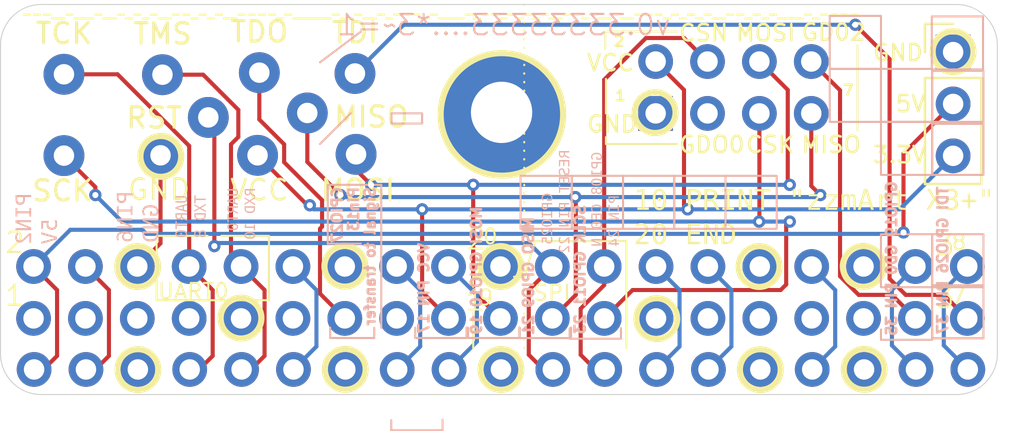
<source format=kicad_pcb>
(kicad_pcb (version 20241229) (generator "pcbnew") (generator_version "9.0")
  (layers (0 "F.Cu" signal) (2 "B.Cu" signal) (13 "F.Paste" user) (15 "B.Paste" user) (5 "F.SilkS" user "F.Silkscreen") (7 "B.SilkS" user "B.Silkscreen") (1 "F.Mask" user) (3 "B.Mask" user) (25 "Edge.Cuts" user))
  (net 0 "")
  (net 1 "TDI")
  (net 2 "GND")
  (net 3 "VCC")
  (net 4 "VCC_5V")
  (net 5 "MOSI_PI")
  (net 6 "MISO_PI")
  (net 7 "SCK_PI")
  (net 8 "C1101_GDO2")
  (net 9 "C1101_GDO0")
  (net 10 "CSN_C1101")
  (net 11 "RST_DUINO")
  (net 12 "TMS_TO_RX_DUINO")
  (net 13 "TCK_TO_TX_DUINO")
  (net 14 "TDO_SIGNAL_TO_TRANSFER_TO_DUINO")
  (net 15 "pin12")
  (net 16 "pin16")
  (net 17 "pin18")
  (net 18 "pin26")
  (net 19 "pin28")
  (net 20 "pin32")
  (net 21 "pin36")
  (net 22 "pin38")
  (footprint "Connector_Wire:SolderWire-1.5sqmm_1x01_D1.7mm_OD3.9mm" (layer "F.Cu") (at 88.462081 90.070419)
    (property "Reference" "SCK" (at -0.071605 1.723893 0) (layer "F.SilkS"))
    (property "Value" "SolderWire-1.5sqmm_1x01_D1.7mm_OD3.9mm" (hide yes))
    (pad "SCK" thru_hole circle (at 0 0) (size 2 2) (drill 1) (layers "*.Cu" "*.Mask") (net 7 "SCK_PI"))
  )
  (footprint "Connector_PinHeader_2.54mm:PinHeader_1x19_P2.54mm_Vertical" (layer "F.Cu") (at 87 100.54 90)
    (property "Reference" "REF**" (hide yes))
    (property "Value" "PinHeader_1x19_P2.54mm_Vertical" (hide yes))
    (pad "1" thru_hole circle (at 0 0 90) (size 1.7 1.7) (drill 1) (layers "*.Cu" "*.Mask") (net 4 "VCC_5V"))
    (pad "2" thru_hole circle (at 0 2.54 90) (size 1.7 1.7) (drill 1) (layers "*.Cu" "*.Mask") (net 4 "VCC_5V"))
    (pad "3" thru_hole circle (at 0 5.08 90) (size 1.7 1.7) (drill 1) (layers "*.Cu" "*.Mask") (net 2 "GND"))
    (pad "4" thru_hole circle (at 0 7.62 90) (size 1.7 1.7) (drill 1) (layers "*.Cu" "*.Mask") (net 13 "TCK_TO_TX_DUINO"))
    (pad "5" thru_hole circle (at 0 10.16 90) (size 1.7 1.7) (drill 1) (layers "*.Cu" "*.Mask") (net 12 "TMS_TO_RX_DUINO"))
    (pad "6" thru_hole circle (at 0 12.7 90) (size 1.7 1.7) (drill 1) (layers "*.Cu" "*.Mask") (net 15 "pin12"))
    (pad "7" thru_hole circle (at 0 15.24 90) (size 1.7 1.7) (drill 1) (layers "*.Cu" "*.Mask") (net 2 "GND"))
    (pad "8" thru_hole circle (at 0 17.78 90) (size 1.7 1.7) (drill 1) (layers "*.Cu" "*.Mask") (net 16 "pin16"))
    (pad "9" thru_hole circle (at 0 20.32 90) (size 1.7 1.7) (drill 1) (layers "*.Cu" "*.Mask") (net 17 "pin18"))
    (pad "10" thru_hole circle (at 0 22.86 90) (size 1.7 1.7) (drill 1) (layers "*.Cu" "*.Mask") (net 2 "GND"))
    (pad "11" thru_hole circle (at 0 25.4 90) (size 1.7 1.7) (drill 1) (layers "*.Cu" "*.Mask") (net 11 "RST_DUINO"))
    (pad "12" thru_hole circle (at 0 27.94 90) (size 1.7 1.7) (drill 1) (layers "*.Cu" "*.Mask") (net 10 "CSN_C1101"))
    (pad "13" thru_hole circle (at 0 30.48 90) (size 1.7 1.7) (drill 1) (layers "*.Cu" "*.Mask") (net 18 "pin26"))
    (pad "14" thru_hole circle (at 0 33.02 90) (size 1.7 1.7) (drill 1) (layers "*.Cu" "*.Mask") (net 19 "pin28"))
    (pad "15" thru_hole circle (at 0 35.56 90) (size 1.7 1.7) (drill 1) (layers "*.Cu" "*.Mask") (net 2 "GND"))
    (pad "16" thru_hole circle (at 0 38.1 90) (size 1.7 1.7) (drill 1) (layers "*.Cu" "*.Mask") (net 20 "pin32"))
    (pad "18" thru_hole circle (at 0 43.18 90) (size 1.7 1.7) (drill 1) (layers "*.Cu" "*.Mask") (net 21 "pin36"))
    (pad "19" thru_hole circle (at 0 45.72 90) (size 1.7 1.7) (drill 1) (layers "*.Cu" "*.Mask") (net 22 "pin38"))
    (pad "gg" thru_hole circle (at 0 40.64 90) (size 1.7 1.7) (drill 1) (layers "*.Cu" "*.Mask") (net 2 "GND"))
  )
  (footprint "Connector_Wire:SolderWire-1.5sqmm_1x01_D1.7mm_OD3.9mm" (layer "F.Cu") (at 93.191518 90.055724)
    (property "Reference" "GND" (at -0.073752 1.675468 0) (layer "F.SilkS") (effects (font (thickness 0.125) (bold yes))))
    (property "Value" "SolderWire-1.5sqmm_1x01_D1.7mm_OD3.9mm" (hide yes))
    (pad "GND" thru_hole circle (at 0 0) (size 2 2) (drill 1) (layers "*.Cu" "*.Mask") (net 2 "GND"))
  )
  (footprint "Connector_Wire:SolderWire-1.5sqmm_1x01_D1.7mm_OD3.9mm" (layer "F.Cu") (at 98.028506 86.007432)
    (property "Reference" "TDO" (at 0 -2 0) (layer "F.SilkS"))
    (property "Value" "SolderWire-1.5sqmm_1x01_D1.7mm_OD3.9mm" (hide yes))
    (pad "TDO" thru_hole circle (at 0 0) (size 2 2) (drill 1) (layers "*.Cu" "*.Mask") (net 14 "TDO_SIGNAL_TO_TRANSFER_TO_DUINO"))
  )
  (footprint "Connector_Wire:SolderWire-1.5sqmm_1x01_D1.7mm_OD3.9mm" (layer "F.Cu") (at 88.462475 86.087819)
    (property "Reference" "TCK" (at 0 -2 0) (layer "F.SilkS"))
    (property "Value" "SolderWire-1.5sqmm_1x01_D1.7mm_OD3.9mm" (hide yes))
    (pad "TCK_CSN_DUINO" thru_hole circle (at 0 0) (size 2 2) (drill 1) (layers "*.Cu" "*.Mask") (net 13 "TCK_TO_TX_DUINO"))
  )
  (footprint "Connector_Wire:SolderWire-1.5sqmm_1x01_D1.7mm_OD3.9mm" (layer "F.Cu") (at 97.942378 90.055724)
    (property "Reference" "VCC" (at 0.084548 1.703361 0) (layer "F.SilkS") (effects (font (thickness 0.125))))
    (property "Value" "SolderWire-1.5sqmm_1x01_D1.7mm_OD3.9mm" (hide yes))
    (pad "VCC" thru_hole circle (at 0 0) (size 2 2) (drill 1) (layers "*.Cu" "*.Mask") (net 3 "VCC"))
  )
  (footprint "Connector_Wire:SolderWire-1.5sqmm_1x01_D1.7mm_OD3.9mm" (layer "F.Cu") (at 102.711038 86.047625)
    (property "Reference" "TDI" (at 0 -2 0) (layer "F.SilkS"))
    (property "Value" "SolderWire-1.5sqmm_1x01_D1.7mm_OD3.9mm" (hide yes))
    (pad "TDI" thru_hole circle (at 0 0) (size 2 2) (drill 1) (layers "*.Cu" "*.Mask") (net 1 "TDI"))
  )
  (footprint "Module:Raspberry_Pi_Zero_Socketed_THT_FaceDown_MountingHoles" (layer "F.Cu") (at 135.234029 98.04 -90)
    (property "Reference" "_" (at -6.27 24.13 0) (layer "F.SilkS") (effects (font (size 0.1 0.1) (thickness 0.025))))
    (property "Value" "Raspberry_Pi_Zero_Socketed_THT_FaceDown_MountingHoles" (hide yes))
    (pad "" thru_hole oval (at 0 35.56 270) (size 1.7 1.7) (drill 1) (layers "*.Cu" "*.Mask"))
    (pad "" thru_hole oval (at 0 43.18 270) (size 1.7 1.7) (drill 1) (layers "*.Cu" "*.Mask"))
    (pad "" thru_hole oval (at 0 45.72 270) (size 1.7 1.7) (drill 1) (layers "*.Cu" "*.Mask"))
    (pad "1_3V" thru_hole oval (at 0 48.26 270) (size 1.7 1.7) (drill 1) (layers "*.Cu" "*.Mask") (net 3 "VCC"))
    (pad "2_5V" thru_hole oval (at -2.54 48.26 270) (size 1.7 1.7) (drill 1) (layers "*.Cu" "*.Mask") (net 4 "VCC_5V"))
    (pad "4_5V" thru_hole oval (at -2.54 45.72 270) (size 1.7 1.7) (drill 1) (layers "*.Cu" "*.Mask") (net 4 "VCC_5V"))
    (pad "6_GND" thru_hole oval (at -2.54 43.18 270) (size 1.7 1.7) (drill 1) (layers "*.Cu" "*.Mask") (net 2 "GND"))
    (pad "7" thru_hole oval (at 0 40.64 270) (size 1.7 1.7) (drill 1) (layers "*.Cu" "*.Mask"))
    (pad "8" thru_hole oval (at -2.54 40.64 270) (size 1.7 1.7) (drill 1) (layers "*.Cu" "*.Mask") (net 13 "TCK_TO_TX_DUINO"))
    (pad "9" thru_hole oval (at 0 38.1 270) (size 1.7 1.7) (drill 1) (layers "*.Cu" "*.Mask") (net 2 "GND"))
    (pad "10" thru_hole oval (at -2.54 38.1 270) (size 1.7 1.7) (drill 1) (layers "*.Cu" "*.Mask") (net 12 "TMS_TO_RX_DUINO"))
    (pad "12" thru_hole oval (at -2.54 35.56 270) (size 1.7 1.7) (drill 1) (layers "*.Cu" "*.Mask") (net 15 "pin12"))
    (pad "13" thru_hole oval (at 0 33.02 270) (size 1.7 1.7) (drill 1) (layers "*.Cu" "*.Mask") (net 14 "TDO_SIGNAL_TO_TRANSFER_TO_DUINO"))
    (pad "14_GND" thru_hole oval (at -2.54 33.02 270) (size 1.7 1.7) (drill 1) (layers "*.Cu" "*.Mask") (net 2 "GND"))
    (pad "15" thru_hole oval (at 0 30.48 270) (size 1.7 1.7) (drill 1) (layers "*.Cu" "*.Mask"))
    (pad "16" thru_hole oval (at -2.54 30.48 270) (size 1.7 1.7) (drill 1) (layers "*.Cu" "*.Mask") (net 16 "pin16"))
    (pad "17_3V3" thru_hole oval (at 0 27.94 270) (size 1.7 1.7) (drill 1) (layers "*.Cu" "*.Mask") (net 3 "VCC"))
    (pad "18" thru_hole oval (at -2.54 27.94 270) (size 1.7 1.7) (drill 1) (layers "*.Cu" "*.Mask") (net 17 "pin18"))
    (pad "20_GND" thru_hole oval (at -2.54 25.4 270) (size 1.7 1.7) (drill 1) (layers "*.Cu" "*.Mask") (net 2 "GND"))
    (pad "25_GND" thru_hole oval (at 0 17.78 270) (size 1.7 1.7) (drill 1) (layers "*.Cu" "*.Mask") (net 2 "GND"))
    (pad "26" thru_hole oval (at -2.54 17.78 270) (size 1.7 1.7) (drill 1) (layers "*.Cu" "*.Mask") (net 18 "pin26"))
    (pad "27" thru_hole oval (at 0 15.24 270) (size 1.7 1.7) (drill 1) (layers "*.Cu" "*.Mask"))
    (pad "28" thru_hole oval (at -2.54 15.24 270) (size 1.7 1.7) (drill 1) (layers "*.Cu" "*.Mask") (net 19 "pin28"))
    (pad "29" thru_hole oval (at 0 12.7 270) (size 1.7 1.7) (drill 1) (layers "*.Cu" "*.Mask"))
    (pad "30_GND" thru_hole oval (at -2.54 12.7 270) (size 1.7 1.7) (drill 1) (layers "*.Cu" "*.Mask") (net 2 "GND"))
    (pad "31" thru_hole oval (at 0 10.16 270) (size 1.7 1.7) (drill 1) (layers "*.Cu" "*.Mask"))
    (pad "32" thru_hole oval (at -2.54 10.16 270) (size 1.7 1.7) (drill 1) (layers "*.Cu" "*.Mask") (net 20 "pin32"))
    (pad "33" thru_hole oval (at 0 7.62 270) (size 1.7 1.7) (drill 1) (layers "*.Cu" "*.Mask"))
    (pad "34_GND" thru_hole oval (at -2.54 7.62 270) (size 1.7 1.7) (drill 1) (layers "*.Cu" "*.Mask") (net 2 "GND"))
    (pad "35" thru_hole oval (at 0 5.08 270) (size 1.7 1.7) (drill 1) (layers "*.Cu" "*.Mask") (net 8 "C1101_GDO2"))
    (pad "36" thru_hole oval (at -2.54 5.08 270) (size 1.7 1.7) (drill 1) (layers "*.Cu" "*.Mask") (net 21 "pin36"))
    (pad "37" thru_hole oval (at 0 2.54 270) (size 1.7 1.7) (drill 1) (layers "*.Cu" "*.Mask") (net 1 "TDI"))
    (pad "38" thru_hole oval (at -2.54 2.54 270) (size 1.7 1.7) (drill 1) (layers "*.Cu" "*.Mask") (net 22 "pin38"))
    (pad "CSN_C1101" thru_hole oval (at -2.54 20.32 270) (size 1.7 1.7) (drill 1) (layers "*.Cu" "*.Mask") (net 10 "CSN_C1101"))
    (pad "GPIO25 PI_RESET" thru_hole oval (at -2.54 22.86 270) (size 1.7 1.7) (drill 1) (layers "*.Cu" "*.Mask") (net 11 "RST_DUINO"))
    (pad "MISO_PI" thru_hole oval (at 0 22.86 270) (size 1.7 1.7) (drill 1) (layers "*.Cu" "*.Mask") (net 6 "MISO_PI"))
    (pad "MOSI_PI" thru_hole oval (at 0 25.4 270) (size 1.7 1.7) (drill 1) (layers "*.Cu" "*.Mask") (net 5 "MOSI_PI"))
    (pad "SCK_PI" thru_hole oval (at 0 20.32 270) (size 1.7 1.7) (drill 1) (layers "*.Cu" "*.Mask") (net 7 "SCK_PI"))
  )
  (footprint "Connector_PinHeader_2.54mm:PinHeader_1x03_P2.54mm_Vertical" (layer "F.Cu") (at 132 85)
    (property "Reference" "REF**" (hide yes))
    (property "Value" "PinHeader_1x03_P2.54mm_Vertical" (hide yes))
    (fp_line (start -1.38 -1.38) (end 0 -1.38) (stroke (width 0.12)) (layer "F.SilkS"))
    (fp_line (start -1.38 0) (end -1.38 -1.38) (stroke (width 0.12)) (layer "F.SilkS"))
    (fp_line (start -1.38 1.27) (end -1.38 6.46) (stroke (width 0.12)) (layer "F.SilkS"))
    (fp_line (start -1.38 1.27) (end 1.38 1.27) (stroke (width 0.12)) (layer "F.SilkS"))
    (fp_line (start -1.38 6.46) (end 1.38 6.46) (stroke (width 0.12)) (layer "F.SilkS"))
    (fp_line (start 1.38 1.27) (end 1.38 6.46) (stroke (width 0.12)) (layer "F.SilkS"))
    (pad "GND" thru_hole rect (at 0 0) (size 1.7 1.7) (drill 1) (layers "*.Cu" "*.Mask") (net 2 "GND"))
    (pad "VCC" thru_hole circle (at 0 5.08) (size 1.7 1.7) (drill 1) (layers "*.Cu" "*.Mask") (net 3 "VCC"))
    (pad "VCC_5V" thru_hole circle (at 0 2.54) (size 1.7 1.7) (drill 1) (layers "*.Cu" "*.Mask") (net 4 "VCC_5V"))
  )
  (footprint "" (layer "F.Cu") (at 109.890476 87.952263)
    (property "Reference" "" (at 0 0 0) (layer "F.SilkS") (effects (font (size 1.27 1.27))))
    (property "Value" "")
    (pad "GND" thru_hole circle (at 0 0) (size 6 6) (drill 3) (layers "*.Cu" "*.Mask") (net 2 "GND"))
  )
  (footprint "Connector_PinHeader_2.54mm:PinHeader_2x04_P2.54mm_Vertical" (layer "F.Cu") (at 117.434151 88.002926 90)
    (property "Reference" "REF**" (hide yes))
    (property "Value" "PinHeader_2x04_P2.54mm_Vertical" (hide yes))
    (pad "5" thru_hole circle (at 0 5.08 90) (size 1.7 1.7) (drill 1) (layers "*.Cu" "*.Mask") (net 7 "SCK_PI"))
    (pad "6" thru_hole circle (at 2.54 5.08 90) (size 1.7 1.7) (drill 1) (layers "*.Cu" "*.Mask") (net 5 "MOSI_PI"))
    (pad "7" thru_hole circle (at 0 7.62 90) (size 1.7 1.7) (drill 1) (layers "*.Cu" "*.Mask") (net 6 "MISO_PI"))
    (pad "8" thru_hole circle (at 2.54 7.62 90) (size 1.7 1.7) (drill 1) (layers "*.Cu" "*.Mask") (net 8 "C1101_GDO2"))
    (pad "CSN" thru_hole circle (at 2.54 2.54 90) (size 1.7 1.7) (drill 1) (layers "*.Cu" "*.Mask") (net 10 "CSN_C1101"))
    (pad "GDO0" thru_hole circle (at 0 2.54 90) (size 1.7 1.7) (drill 1) (layers "*.Cu" "*.Mask") (net 9 "C1101_GDO0"))
    (pad "GND" thru_hole rect (at 0 0 90) (size 1.7 1.7) (drill 1) (layers "*.Cu" "*.Mask") (net 2 "GND"))
    (pad "vcc" thru_hole circle (at 2.54 0 90) (size 1.7 1.7) (drill 1) (layers "*.Cu" "*.Mask") (net 3 "VCC"))
  )
  (footprint "Connector_Wire:SolderWire-1.5sqmm_1x01_D1.7mm_OD3.9mm" (layer "F.Cu") (at 100.378099 87.981744)
    (property "Reference" "MISO" (at 3.135086 0.192928 0) (layer "F.SilkS"))
    (property "Value" "SolderWire-1.5sqmm_1x01_D1.7mm_OD3.9mm" (hide yes))
    (pad "MISO" thru_hole circle (at 0 0) (size 2 2) (drill 1) (layers "*.Cu" "*.Mask") (net 6 "MISO_PI"))
  )
  (footprint "Connector_Wire:SolderWire-1.5sqmm_1x01_D1.7mm_OD3.9mm" (layer "F.Cu") (at 102.765587 90.007492)
    (property "Reference" "MOSI" (at 0.08682 1.751593 0) (layer "F.SilkS"))
    (property "Value" "SolderWire-1.5sqmm_1x01_D1.7mm_OD3.9mm" (hide yes))
    (pad "MOSI" thru_hole circle (at 0 0) (size 2 2) (drill 1) (layers "*.Cu" "*.Mask") (net 5 "MOSI_PI"))
  )
  (footprint "Connector_Wire:SolderWire-1.5sqmm_1x01_D1.7mm_OD3.9mm" (layer "F.Cu") (at 95.530774 88.198788)
    (property "Reference" "RST" (at -2.652765 0.024116 0) (layer "F.SilkS"))
    (property "Value" "SolderWire-1.5sqmm_1x01_D1.7mm_OD3.9mm" (hide yes))
    (pad "RST" thru_hole circle (at 0 0) (size 2 2) (drill 1) (layers "*.Cu" "*.Mask") (net 11 "RST_DUINO"))
  )
  (footprint "Connector_Wire:SolderWire-1.5sqmm_1x01_D1.7mm_OD3.9mm" (layer "F.Cu") (at 93.285684 86.107915)
    (property "Reference" "TMS" (at 0 -2 0) (layer "F.SilkS"))
    (property "Value" "SolderWire-1.5sqmm_1x01_D1.7mm_OD3.9mm" (hide yes))
    (pad "TMS" thru_hole circle (at 0 0) (size 2 2) (drill 1) (layers "*.Cu" "*.Mask") (net 12 "TMS_TO_RX_DUINO"))
  )
  (gr_circle (center 102.234912 100.532777) (end 103.234912 100.532777) (stroke (width 0.3)) (fill no) (layer "F.SilkS"))
  (gr_circle (center 109.86 100.54) (end 110.86 100.54) (stroke (width 0.3)) (fill no) (layer "F.SilkS"))
  (gr_circle (center 92.070151 95.5) (end 93.070151 95.5) (stroke (width 0.3)) (fill no) (layer "F.SilkS"))
  (gr_circle (center 109.906357 88.051832) (end 112.906357 88.051832) (stroke (width 0.3)) (fill no) (layer "F.SilkS"))
  (gr_circle (center 92.083436 100.546683) (end 93.083436 100.546683) (stroke (width 0.3)) (fill no) (layer "F.SilkS"))
  (gr_line (start 114.968371 84.844227) (end 114.968371 83.993172) (stroke (width 0.1)) (layer "F.SilkS"))
  (gr_line (start 116 94.258301) (end 116 99.5) (stroke (width 0.1)) (layer "F.SilkS"))
  (gr_circle (center 93.205142 90.108742) (end 94.205142 90.108742) (stroke (width 0.3)) (fill no) (layer "F.SilkS"))
  (gr_line (start 118.5 89.5) (end 115 89.5) (stroke (width 0.1)) (layer "F.SilkS"))
  (gr_line (start 93 94) (end 93 97.150806) (stroke (width 0.1)) (layer "F.SilkS"))
  (gr_circle (center 117.408083 87.962453) (end 118.408083 87.962453) (stroke (width 0.3)) (fill no) (layer "F.SilkS"))
  (gr_circle (center 131.99685 84.979094) (end 132.99685 84.979094) (stroke (width 0.3)) (fill no) (layer "F.SilkS"))
  (gr_circle (center 109.843057 95.499999) (end 110.843057 95.499999) (stroke (width 0.3)) (fill no) (layer "F.SilkS"))
  (gr_circle (center 97.131084 98.023967) (end 98.131084 98.023967) (stroke (width 0.3)) (fill no) (layer "F.SilkS"))
  (gr_line (start 110.5 96) (end 111 96) (stroke (width 0.1)) (layer "F.SilkS"))
  (gr_circle (center 117.489126 98.052803) (end 118.489126 98.052803) (stroke (width 0.3)) (fill no) (layer "F.SilkS"))
  (gr_line (start 98.5 97.150806) (end 98.5 94) (stroke (width 0.1)) (layer "F.SilkS"))
  (gr_line (start 127.317015 84.660666) (end 127.317015 88.832505) (stroke (width 0.1)) (layer "F.SilkS"))
  (gr_line (start 95.5 94) (end 93 94) (stroke (width 0.1)) (layer "F.SilkS"))
  (gr_line (start 114.968371 83.993172) (end 118.5 83.993172) (stroke (width 0.1)) (layer "F.SilkS"))
  (gr_line (start 108.5 96) (end 109 96) (stroke (width 0.1)) (layer "F.SilkS"))
  (gr_circle (center 127.599843 95.490748) (end 128.599843 95.490748) (stroke (width 0.3)) (fill no) (layer "F.SilkS"))
  (gr_line (start 108.5 96) (end 108.5 96.5) (stroke (width 0.1)) (layer "F.SilkS"))
  (gr_line (start 93 97.150806) (end 98.5 97.150806) (stroke (width 0.1)) (layer "F.SilkS"))
  (gr_line (start 98.5 94) (end 96.169356 93.996896) (stroke (width 0.1)) (layer "F.SilkS"))
  (gr_circle (center 127.644178 100.534182) (end 128.644178 100.534182) (stroke (width 0.3)) (fill no) (layer "F.SilkS"))
  (gr_line (start 115 89.5) (end 115.001746 89.166252) (stroke (width 0.1)) (layer "F.SilkS"))
  (gr_circle (center 122.559891 100.548961) (end 123.559891 100.548961) (stroke (width 0.3)) (fill no) (layer "F.SilkS"))
  (gr_circle (center 122.5 95.5) (end 123.5 95.5) (stroke (width 0.3)) (fill no) (layer "F.SilkS"))
  (gr_circle (center 102.216935 95.483312) (end 103.216935 95.483312) (stroke (width 0.3)) (fill no) (layer "F.SilkS"))
  (gr_line (start 111 99.5) (end 111 82.5) (stroke (width 0.1) (type dot)) (layer "F.SilkS"))
  (gr_line (start 115 88) (end 115.001746 86.312714) (stroke (width 0.1)) (layer "F.SilkS"))
  (gr_line (start 111.527485 94.258301) (end 116 94.258301) (stroke (width 0.1)) (layer "F.SilkS"))
  (gr_line (start 111 96) (end 111.527485 94.258301) (stroke (width 0.1)) (layer "F.SilkS"))
  (gr_line (start 108.510181 97.753248) (end 108.5 99.5) (stroke (width 0.1)) (layer "F.SilkS"))
  (gr_line (start 113.292918 98.982675) (end 113.292918 98.482675) (stroke (width 0.1)) (layer "B.SilkS"))
  (gr_rect (start 115.836541 91.058318) (end 118.345251 93.653535) (stroke (width 0.1)) (fill no) (layer "B.SilkS"))
  (gr_line (start 113.223643 98.535545) (end 113.223643 99.035545) (stroke (width 0.1)) (layer "B.SilkS"))
  (gr_rect (start 113.327831 91.058318) (end 115.836541 93.653535) (stroke (width 0.1)) (fill no) (layer "B.SilkS"))
  (gr_line (start 108.174595 99) (end 105.663938 99) (stroke (width 0.1)) (layer "B.SilkS"))
  (gr_line (start 105.663938 98.5) (end 105.663938 99) (stroke (width 0.1)) (layer "B.SilkS"))
  (gr_rect (start 104.5 88) (end 106 88.5) (stroke (width 0.1)) (fill no) (layer "B.SilkS"))
  (gr_line (start 133.485017 99.013285) (end 130.97436 99.013285) (stroke (width 0.1)) (layer "B.SilkS"))
  (gr_line (start 104 94) (end 104 98.5) (stroke (width 0.1)) (layer "B.SilkS"))
  (gr_rect (start 125.957914 83.227634) (end 128.466624 85.822851) (stroke (width 0.1)) (fill no) (layer "B.SilkS"))
  (gr_line (start 102.5 88) (end 101 89.5) (stroke (width 0.1)) (layer "B.SilkS"))
  (gr_line (start 101.379287 94.381015) (end 103 94.381015) (stroke (width 0.1)) (layer "B.SilkS"))
  (gr_line (start 133.485017 98.992388) (end 133.485017 98.492388) (stroke (width 0.1)) (layer "B.SilkS"))
  (gr_rect (start 120.853961 91.058318) (end 123.362671 93.653535) (stroke (width 0.1)) (fill no) (layer "B.SilkS"))
  (gr_line (start 101.5 91.5) (end 101.379287 91.508047) (stroke (width 0.1)) (layer "B.SilkS"))
  (gr_line (start 110.782261 98.503572) (end 110.782261 99.003572) (stroke (width 0.1)) (layer "B.SilkS"))
  (gr_rect (start 128.466624 88.418068) (end 130.975334 91.013285) (stroke (width 0.1)) (fill no) (layer "B.SilkS"))
  (gr_rect (start 110.819121 91.058318) (end 113.327831 93.653535) (stroke (width 0.1)) (fill no) (layer "B.SilkS"))
  (gr_rect (start 130.975334 88.418068) (end 133.484044 91.013285) (stroke (width 0.1)) (fill no) (layer "B.SilkS"))
  (gr_rect (start 128.466624 85.822851) (end 130.975334 88.418068) (stroke (width 0.1)) (fill no) (layer "B.SilkS"))
  (gr_line (start 107 103.5) (end 107 103) (stroke (width 0.1)) (layer "B.SilkS"))
  (gr_line (start 103.655688 99) (end 101.5 99) (stroke (width 0.1)) (layer "B.SilkS"))
  (gr_rect (start 125.957914 85.822851) (end 128.466624 88.418068) (stroke (width 0.1)) (fill no) (layer "B.SilkS"))
  (gr_line (start 110.758662 99) (end 108.248005 99) (stroke (width 0.1)) (layer "B.SilkS"))
  (gr_rect (start 130.955208 83.253763) (end 133.463918 85.84898) (stroke (width 0.1)) (fill no) (layer "B.SilkS"))
  (gr_line (start 108.248005 98.5) (end 108.248005 99) (stroke (width 0.1)) (layer "B.SilkS"))
  (gr_line (start 128.467054 98.587048) (end 128.467054 99.087048) (stroke (width 0.1)) (layer "B.SilkS"))
  (gr_line (start 104.489343 103.020897) (end 104.489343 103.520897) (stroke (width 0.1)) (layer "B.SilkS"))
  (gr_line (start 130.977711 99.066151) (end 130.977711 98.566151) (stroke (width 0.1)) (layer "B.SilkS"))
  (gr_line (start 115.7343 99.035545) (end 113.223643 99.035545) (stroke (width 0.1)) (layer "B.SilkS"))
  (gr_line (start 103.655688 99) (end 103.655688 98.5) (stroke (width 0.1)) (layer "B.SilkS"))
  (gr_rect (start 130.975334 96.418068) (end 133.484044 99.013285) (stroke (width 0.1)) (fill no) (layer "B.SilkS"))
  (gr_line (start 104 91.5) (end 101.5 91.5) (stroke (width 0.1)) (layer "B.SilkS"))
  (gr_rect (start 130.975334 85.918068) (end 133.484044 88.513285) (stroke (width 0.1)) (fill no) (layer "B.SilkS"))
  (gr_line (start 108.174595 98.979103) (end 108.174595 98.479103) (stroke (width 0.1)) (layer "B.SilkS"))
  (gr_line (start 110.758662 98.979103) (end 110.758662 98.479103) (stroke (width 0.1)) (layer "B.SilkS"))
  (gr_rect (start 128.466624 93.918068) (end 130.975334 96.513285) (stroke (width 0.1)) (fill no) (layer "B.SilkS"))
  (gr_line (start 107 103.520897) (end 104.489343 103.520897) (stroke (width 0.1)) (layer "B.SilkS"))
  (gr_rect (start 118.345251 91.058318) (end 120.853961 93.653535) (stroke (width 0.1)) (fill no) (layer "B.SilkS"))
  (gr_line (start 104 94) (end 104 91.5) (stroke (width 0.1)) (layer "B.SilkS"))
  (gr_line (start 115.7343 99.014648) (end 115.7343 98.514648) (stroke (width 0.1)) (layer "B.SilkS"))
  (gr_line (start 101.379287 91.508047) (end 101.379287 94.381015) (stroke (width 0.1)) (layer "B.SilkS"))
  (gr_line (start 130.97436 98.513285) (end 130.97436 99.013285) (stroke (width 0.1)) (layer "B.SilkS"))
  (gr_line (start 101 85.5) (end 103 84) (stroke (width 0.1)) (layer "B.SilkS"))
  (gr_line (start 113.292918 99.003572) (end 110.782261 99.003572) (stroke (width 0.1)) (layer "B.SilkS"))
  (gr_line (start 130.977711 99.087048) (end 128.467054 99.087048) (stroke (width 0.1)) (layer "B.SilkS"))
  (gr_rect (start 130.975334 93.918068) (end 133.484044 96.513285) (stroke (width 0.1)) (fill no) (layer "B.SilkS"))
  (gr_line (start 101.5 98.5) (end 101.5 99) (stroke (width 0.1)) (layer "B.SilkS"))
  (gr_line (start 132.166093 101.769313) (end 87.355821 101.769313) (stroke (width 0.05)) (layer "Edge.Cuts"))
  (gr_line (start 87.355821 82.66953) (end 132.166093 82.66953) (stroke (width 0.05)) (layer "Edge.Cuts"))
  (gr_arc (start 134.166093 99.769313) (mid 133.580307 101.183527) (end 132.166093 101.769313) (stroke (width 0.05)) (layer "Edge.Cuts"))
  (gr_line (start 85.355821 99.769313) (end 85.355821 84.66953) (stroke (width 0.05)) (layer "Edge.Cuts"))
  (gr_arc (start 87.355821 101.769313) (mid 85.941589 101.183535) (end 85.355821 99.769313) (stroke (width 0.05)) (layer "Edge.Cuts"))
  (gr_arc (start 85.355821 84.66953) (mid 85.941607 83.255316) (end 87.355821 82.66953) (stroke (width 0.05)) (layer "Edge.Cuts"))
  (gr_arc (start 132.166093 82.66953) (mid 133.5803 83.255316) (end 134.166093 84.66953) (stroke (width 0.05)) (layer "Edge.Cuts"))
  (gr_line (start 134.166093 84.66953) (end 134.166093 99.769313) (stroke (width 0.05)) (layer "Edge.Cuts"))
  (gr_text "2" (at 115.322128 84.764968 0) (layer "F.SilkS") (effects (font (size 0.5 0.5) (thickness 0.125) (bold yes)) (justify left bottom)))
  (gr_text "3" (at 131.053577 97.618021 0) (layer "F.SilkS") (effects (font (size 1 1) (thickness 0.1)) (justify left bottom)))
  (gr_text "GND" (at 114 89 0) (layer "F.SilkS") (effects (font (size 0.8 0.8) (thickness 0.125) (bold yes)) (justify left bottom)))
  (gr_text "CSK" (at 121.783129 90 0) (layer "F.SilkS") (effects (font (size 0.8 0.8) (thickness 0.125) (bold yes)) (justify left bottom)))
  (gr_text "0" (at 108.915777 94.473719 0) (layer "F.SilkS") (effects (font (size 0.75 0.75) (thickness 0.1)) (justify left bottom)))
  (gr_text "1" (at 85.5 97.5 0) (layer "F.SilkS") (effects (font (size 1 1) (thickness 0.1)) (justify left bottom)))
  (gr_text "3" (at 131.065455 95.028707 0) (layer "F.SilkS") (effects (font (size 1 1) (thickness 0.1)) (justify left bottom)))
  (gr_text "1" (at 115.388744 87.429617 0) (layer "F.SilkS") (effects (font (size 0.5 0.5) (thickness 0.125) (bold yes)) (justify left bottom)))
  (gr_text "7" (at 131.847096 97.34499 0) (layer "F.SilkS") (effects (font (size 0.75 0.75) (thickness 0.1)) (justify left bottom)))
  (gr_text "9" (at 108.695597 97.463537 0) (layer "F.SilkS") (effects (font (size 0.75 0.75) (thickness 0.1)) (justify left bottom)))
  (gr_text "GDO0" (at 118.5 90 0) (layer "F.SilkS") (effects (font (size 0.8 0.8) (thickness 0.125) (bold yes)) (justify left bottom)))
  (gr_text "GND" (at 128 85.5 0) (layer "F.SilkS") (effects (font (size 0.8 0.8) (thickness 0.125) (bold yes)) (justify left bottom)))
  (gr_text "---__-___-__-_-_-__--_-_-__----_-______-__-__-_---_-____-_--_-_-_-__--_-__-__---_-_-_-__--_-_-____-_----" (at 86.331264 83.37083 0) (layer "F.SilkS") (effects (font (size 0.4 0.4) (thickness 0.1)) (justify left bottom)))
  (gr_text "CSN" (at 118.5 84.532678 0) (layer "F.SilkS") (effects (font (size 0.8 0.8) (thickness 0.125) (bold yes)) (justify left bottom)))
  (gr_text " 5V" (at 128.5 88 0) (layer "F.SilkS") (effects (font (size 0.8 0.8) (thickness 0.125) (bold yes)) (justify left bottom)))
  (gr_text "SPI" (at 111.38087 97.231226 0) (layer "F.SilkS") (effects (font (size 0.75 0.75) (thickness 0.1)) (justify left bottom)))
  (gr_text "7" (at 126.546966 87.163152 0) (layer "F.SilkS") (effects (font (size 0.5 0.5) (thickness 0.125) (bold yes)) (justify left bottom)))
  (gr_text "8" (at 131.864768 94.755676 0) (layer "F.SilkS") (effects (font (size 0.75 0.75) (thickness 0.1)) (justify left bottom)))
  (gr_text "2" (at 85.511878 94.910686 0) (layer "F.SilkS") (effects (font (size 1 1) (thickness 0.1)) (justify left bottom)))
  (gr_text "GD02\n" (at 124.5 84.5 0) (layer "F.SilkS") (effects (font (size 0.8 0.8) (thickness 0.125) (bold yes)) (justify left bottom)))
  (gr_text "UART0" (at 93 97.150806 0) (layer "F.SilkS") (effects (font (size 0.75 0.75) (thickness 0.1)) (justify left bottom)))
  (gr_text "3.3V" (at 128 90.5 0) (layer "F.SilkS") (effects (font (size 0.8 0.8) (thickness 0.125) (bold yes)) (justify left bottom)))
  (gr_text "1" (at 108.046933 97.736568 0) (layer "F.SilkS") (effects (font (size 1 1) (thickness 0.1)) (justify left bottom)))
  (gr_text "MISO" (at 124.5 90 0) (layer "F.SilkS") (effects (font (size 0.8 0.8) (thickness 0.125) (bold yes)) (justify left bottom)))
  (gr_text "VCC" (at 114 86 0) (layer "F.SilkS") (effects (font (size 0.8 0.8) (thickness 0.125) (bold yes)) (justify left bottom)))
  (gr_text "MOSI" (at 121.288579 84.532678 0) (layer "F.SilkS") (effects (font (size 0.8 0.8) (thickness 0.125) (bold yes)) (justify left bottom)))
  (gr_text "10 PRINT {dblquote}zzmArt X3+{dblquote}\n20 END" (at 116.353608 94.576288 0) (layer "F.SilkS") (effects (font (size 1 1) (thickness 0.1)) (justify left bottom)))
  (gr_text "2" (at 108.116464 94.74675 0) (layer "F.SilkS") (effects (font (size 1 1) (thickness 0.1)) (justify left bottom)))
  (gr_text "MOSI GPIO10 19" (at 108.950785 92.5 90) (layer "B.SilkS") (effects (font (size 0.5 0.5) (thickness 0.125)) (justify left bottom mirror)))
  (gr_text "GPIO8 CE0_N\nPIN 24" (at 115.719645 94.525329 90) (layer "B.SilkS") (effects (font (size 0.5 0.5) (thickness 0.125)) (justify right bottom mirror)))
  (gr_text "PIN6\nGND" (at 93.203472 94.337318 90) (layer "B.SilkS") (effects (font (size 0.75 0.75)) (justify right bottom mirror)))
  (gr_text "TDI GPIO26 PIN 37" (at 131.784071 98.882333 90) (layer "B.SilkS") (effects (font (size 0.5 0.5) (thickness 0.125)) (justify right bottom mirror)))
  (gr_text "GPIO19 GD0 PIN 35 " (at 129.278485 91.251632 90) (layer "B.SilkS") (effects (font (size 0.5 0.5) (thickness 0.125)) (justify left bottom mirror)))
  (gr_text "UART0\nRXD 10" (at 97.903004 91.659985 90) (layer "B.SilkS") (effects (font (size 0.5 0.5) (thickness 0.125)) (justify left bottom mirror)))
  (gr_text "VCC PIN 17" (at 106.376388 94.278428 90) (layer "B.SilkS") (effects (font (size 0.5 0.5) (thickness 0.125)) (justify left bottom mirror)))
  (gr_text "MISO GPIO9 21" (at 111.5 93 90) (layer "B.SilkS") (effects (font (size 0.5 0.5) (thickness 0.125)) (justify left bottom mirror)))
  (gr_text "GPIO27\nPin13\nSignal to transfer" (at 103.741539 91.537566 90) (layer "B.SilkS") (effects (font (size 0.5 0.5) (thickness 0.125)) (justify left bottom mirror)))
  (gr_text "v0.33333333....*3~=1" (at 118.233868 84.258018 0) (layer "B.SilkS") (effects (font (size 1 1) (thickness 0.1)) (justify left bottom mirror)))
  (gr_text "GPIO25 \nRESET PIN 22" (at 113.293314 94.851174 90) (layer "B.SilkS") (effects (font (size 0.5 0.5) (thickness 0.125)) (justify right bottom mirror)))
  (gr_text "SCLK GPIO11 23" (at 114.027251 92.408179 90) (layer "B.SilkS") (effects (font (size 0.5 0.5) (thickness 0.125)) (justify left bottom mirror)))
  (gr_text "PIN2\n5V" (at 88.243723 94.423825 90) (layer "B.SilkS") (effects (font (size 0.75 0.75)) (justify right bottom mirror)))
  (gr_text "UART0\nTXD 8" (at 95.5 92 90) (layer "B.SilkS") (effects (font (size 0.55 0.5) (thickness 0.125)) (justify left bottom mirror)))
  (segment (start 127.209197 83.662708) (end 128.889 85.342511) (width 0.2) (layer "F.Cu") (net 1))
  (segment (start 128.889 96.100731) (end 129.677269 96.889) (width 0.2) (layer "F.Cu") (net 1))
  (segment (start 128.889 85.342511) (end 128.889 96.100731) (width 0.2) (layer "F.Cu") (net 1))
  (segment (start 129.677269 96.889) (end 131.543029 96.889) (width 0.2) (layer "F.Cu") (net 1))
  (segment (start 131.543029 96.889) (end 132.694029 98.04) (width 0.2) (layer "F.Cu") (net 1))
  (via (at 127.209197 83.662708) (size 0.6) (drill 0.3) (layers "F.Cu" "B.Cu") (net 1))
  (segment (start 102.711038 86.047625) (end 105.095955 83.662708) (width 0.2) (layer "B.Cu") (net 1))
  (segment (start 105.095955 83.662708) (end 127.209197 83.662708) (width 0.2) (layer "B.Cu") (net 1))
  (segment (start 127.64 100.64) (end 127.5 100.5) (width 0.2) (layer "F.Cu") (net 2))
  (segment (start 127.64 101) (end 127.64 100.64) (width 0.2) (layer "F.Cu") (net 2))
  (segment (start 93.191518 94.362511) (end 93.191518 90.055724) (width 0.2) (layer "F.Cu") (net 2))
  (segment (start 92.054029 95.5) (end 93.191518 94.362511) (width 0.2) (layer "F.Cu") (net 2))
  (segment (start 97.942378 90.055724) (end 100.386654 92.5) (width 0.2) (layer "F.Cu") (net 3))
  (segment (start 118.823151 92.523151) (end 118.823151 86.851926) (width 0.2) (layer "F.Cu") (net 3))
  (segment (start 107.294029 98.04) (end 106 96.745971) (width 0.2) (layer "F.Cu") (net 3))
  (segment (start 118.823151 86.851926) (end 117.434151 85.462926) (width 0.2) (layer "F.Cu") (net 3))
  (segment (start 106 96.745971) (end 106 92.7) (width 0.2) (layer "F.Cu") (net 3))
  (segment (start 100.386654 92.5) (end 100.5 92.5) (width 0.2) (layer "F.Cu") (net 3))
  (segment (start 119 92.7) (end 118.823151 92.523151) (width 0.2) (layer "F.Cu") (net 3))
  (via (at 119 92.7) (size 0.6) (drill 0.3) (layers "F.Cu" "B.Cu") (net 3))
  (via (at 119 92.7) (size 0.6) (drill 0.3) (layers "F.Cu" "B.Cu") (net 3))
  (via (at 106 92.7) (size 0.6) (drill 0.3) (layers "F.Cu" "B.Cu") (net 3))
  (via (at 100.5 92.5) (size 0.6) (drill 0.3) (layers "F.Cu" "B.Cu") (net 3))
  (segment (start 129.38 92.7) (end 132 90.08) (width 0.2) (layer "B.Cu") (net 3))
  (segment (start 119 92.7) (end 129.38 92.7) (width 0.2) (layer "B.Cu") (net 3))
  (segment (start 106 92.7) (end 119 92.7) (width 0.2) (layer "B.Cu") (net 3))
  (segment (start 100.7 92.7) (end 106 92.7) (width 0.2) (layer "B.Cu") (net 3))
  (segment (start 100.5 92.5) (end 100.7 92.7) (width 0.2) (layer "B.Cu") (net 3))
  (segment (start 90.665029 99.874971) (end 89.54 101) (width 0.2) (layer "F.Cu") (net 4))
  (segment (start 129.570234 89.969766) (end 132 87.54) (width 0.2) (layer "F.Cu") (net 4))
  (segment (start 88.125029 99.874971) (end 87 101) (width 0.2) (layer "F.Cu") (net 4))
  (segment (start 90.665029 96.651) (end 90.665029 99.874971) (width 0.2) (layer "F.Cu") (net 4))
  (segment (start 88.125029 96.651) (end 88.125029 99.874971) (width 0.2) (layer "F.Cu") (net 4))
  (segment (start 129.570234 93.832914) (end 129.570234 89.969766) (width 0.2) (layer "F.Cu") (net 4))
  (segment (start 89.514029 95.5) (end 90.665029 96.651) (width 0.2) (layer "F.Cu") (net 4))
  (segment (start 86.974029 95.5) (end 88.125029 96.651) (width 0.2) (layer "F.Cu") (net 4))
  (via (at 129.570234 93.832914) (size 0.6) (drill 0.3) (layers "F.Cu" "B.Cu") (net 4))
  (segment (start 86.974029 95.5) (end 88.773029 93.701) (width 0.2) (layer "B.Cu") (net 4))
  (segment (start 92.499 93.901) (end 129.502148 93.901) (width 0.2) (layer "B.Cu") (net 4))
  (segment (start 132 87.54) (end 132 88) (width 0.2) (layer "B.Cu") (net 4))
  (segment (start 88.773029 93.701) (end 92.299 93.701) (width 0.2) (layer "B.Cu") (net 4))
  (segment (start 129.502148 93.901) (end 129.570234 93.832914) (width 0.2) (layer "B.Cu") (net 4))
  (segment (start 92.299 93.701) (end 92.499 93.901) (width 0.2) (layer "B.Cu") (net 4))
  (segment (start 108.5 96.705971) (end 108.5 91.5) (width 0.2) (layer "F.Cu") (net 5))
  (segment (start 109.834029 98.04) (end 108.5 96.705971) (width 0.2) (layer "F.Cu") (net 5))
  (segment (start 124 91.5) (end 123.903151 91.403151) (width 0.2) (layer "F.Cu") (net 5))
  (segment (start 123.903151 91.403151) (end 123.903151 86.851926) (width 0.2) (layer "F.Cu") (net 5))
  (segment (start 102.765587 90.765587) (end 103.5 91.5) (width 0.2) (layer "F.Cu") (net 5))
  (segment (start 123.903151 86.851926) (end 122.514151 85.462926) (width 0.2) (layer "F.Cu") (net 5))
  (segment (start 102.765587 90.007492) (end 102.765587 90.765587) (width 0.2) (layer "F.Cu") (net 5))
  (via (at 108.5 91.5) (size 0.6) (drill 0.3) (layers "F.Cu" "B.Cu") (net 5))
  (via (at 103.5 91.5) (size 0.6) (drill 0.3) (layers "F.Cu" "B.Cu") (net 5))
  (via (at 124 91.5) (size 0.6) (drill 0.3) (layers "F.Cu" "B.Cu") (net 5))
  (segment (start 103.5 91.5) (end 108.5 91.5) (width 0.2) (layer "B.Cu") (net 5))
  (segment (start 108.5 91.5) (end 124 91.5) (width 0.2) (layer "B.Cu") (net 5))
  (segment (start 113.525029 92.125029) (end 113.5 92.1) (width 0.2) (layer "F.Cu") (net 6))
  (segment (start 100.378099 87.981744) (end 100.378099 90.378099) (width 0.2) (layer "F.Cu") (net 6))
  (segment (start 125.054151 91.554151) (end 125.054151 88.002926) (width 0.2) (layer "F.Cu") (net 6))
  (segment (start 100.378099 90.378099) (end 102 92) (width 0.2) (layer "F.Cu") (net 6))
  (segment (start 112.374029 98.04) (end 113.525029 96.889) (width 0.2) (layer "F.Cu") (net 6))
  (segment (start 113.525029 96.889) (end 113.525029 92.125029) (width 0.2) (layer "F.Cu") (net 6))
  (segment (start 125.5 92) (end 125.054151 91.554151) (width 0.2) (layer "F.Cu") (net 6))
  (via (at 102 92) (size 0.6) (drill 0.3) (layers "F.Cu" "B.Cu") (net 6))
  (via (at 125.5 92) (size 0.6) (drill 0.3) (layers "F.Cu" "B.Cu") (net 6))
  (via (at 113.5 92.1) (size 0.6) (drill 0.3) (layers "F.Cu" "B.Cu") (net 6))
  (segment (start 102.1 92.1) (end 113.5 92.1) (width 0.2) (layer "B.Cu") (net 6))
  (segment (start 113.5 92.1) (end 125.4 92.1) (width 0.2) (layer "B.Cu") (net 6))
  (segment (start 102 92) (end 102.1 92.1) (width 0.2) (layer "B.Cu") (net 6))
  (segment (start 125.4 92.1) (end 125.5 92) (width 0.2) (layer "B.Cu") (net 6))
  (segment (start 116.303029 96.651) (end 114.914029 98.04) (width 0.2) (layer "F.Cu") (net 7))
  (segment (start 122.514151 93.285849) (end 122.514151 88.002926) (width 0.2) (layer "F.Cu") (net 7))
  (segment (start 88.462081 90.070419) (end 90 91.608338) (width 0.2) (layer "F.Cu") (net 7))
  (segment (start 123.55437 96.651) (end 116.303029 96.651) (width 0.2) (layer "F.Cu") (net 7))
  (segment (start 123.825523 96.379847) (end 123.55437 96.651) (width 0.2) (layer "F.Cu") (net 7))
  (segment (start 122.5 93.3) (end 122.514151 93.285849) (width 0.2) (layer "F.Cu") (net 7))
  (segment (start 124 93.301) (end 123.825523 93.475477) (width 0.2) (layer "F.Cu") (net 7))
  (segment (start 90 91.608338) (end 90 92) (width 0.2) (layer "F.Cu") (net 7))
  (segment (start 123.825523 93.475477) (end 123.825523 96.379847) (width 0.2) (layer "F.Cu") (net 7))
  (via (at 90 92) (size 0.6) (drill 0.3) (layers "F.Cu" "B.Cu") (net 7))
  (via (at 122.5 93.3) (size 0.6) (drill 0.3) (layers "F.Cu" "B.Cu") (net 7))
  (via (at 124 93.301) (size 0.6) (drill 0.3) (layers "F.Cu" "B.Cu") (net 7))
  (segment (start 123.999 93.3) (end 124 93.301) (width 0.2) (layer "B.Cu") (net 7))
  (segment (start 90 92) (end 91.3 93.3) (width 0.2) (layer "B.Cu") (net 7))
  (segment (start 91.3 93.3) (end 122.5 93.3) (width 0.2) (layer "B.Cu") (net 7))
  (segment (start 122.5 93.3) (end 123.999 93.3) (width 0.2) (layer "B.Cu") (net 7))
  (segment (start 127.375269 96.889) (end 129.003029 96.889) (width 0.2) (layer "F.Cu") (net 8))
  (segment (start 126.463029 86.871804) (end 126.463029 95.97676) (width 0.2) (layer "F.Cu") (net 8))
  (segment (start 129.003029 96.889) (end 130.154029 98.04) (width 0.2) (layer "F.Cu") (net 8))
  (segment (start 125.054151 85.462926) (end 126.463029 86.871804) (width 0.2) (layer "F.Cu") (net 8))
  (segment (start 126.463029 95.97676) (end 127.375269 96.889) (width 0.2) (layer "F.Cu") (net 8))
  (segment (start 116.957391 84.311926) (end 118.823151 84.311926) (width 0.2) (layer "F.Cu") (net 10))
  (segment (start 114.914029 96.41224) (end 113.763029 97.56324) (width 0.2) (layer "F.Cu") (net 10))
  (segment (start 114.914029 86.355288) (end 116.957391 84.311926) (width 0.2) (layer "F.Cu") (net 10))
  (segment (start 114.914029 95.5) (end 114.914029 96.41224) (width 0.2) (layer "F.Cu") (net 10))
  (segment (start 113.763029 97.56324) (end 113.763029 99.823029) (width 0.2) (layer "F.Cu") (net 10))
  (segment (start 114.914029 95.5) (end 114.914029 86.355288) (width 0.2) (layer "F.Cu") (net 10))
  (segment (start 113.763029 99.823029) (end 114.94 101) (width 0.2) (layer "F.Cu") (net 10))
  (segment (start 118.823151 84.311926) (end 119.974151 85.462926) (width 0.2) (layer "F.Cu") (net 10))
  (segment (start 112.374029 95.5) (end 111.223029 96.651) (width 0.2) (layer "F.Cu") (net 11))
  (segment (start 95.530774 88.198788) (end 95.826569 88.494583) (width 0.2) (layer "F.Cu") (net 11))
  (segment (start 111.223029 99.823029) (end 112.4 101) (width 0.2) (layer "F.Cu") (net 11))
  (segment (start 95.826569 88.494583) (end 95.826569 94.501) (width 0.2) (layer "F.Cu") (net 11))
  (segment (start 111.223029 96.651) (end 111.223029 99.823029) (width 0.2) (layer "F.Cu") (net 11))
  (via (at 95.826569 94.501) (size 0.6) (drill 0.3) (layers "F.Cu" "B.Cu") (net 11))
  (segment (start 111.223029 94.349) (end 112.374029 95.5) (width 0.2) (layer "B.Cu") (net 11))
  (segment (start 95.826569 94.501) (end 95.978569 94.349) (width 0.2) (layer "B.Cu") (net 11))
  (segment (start 95.978569 94.349) (end 111.223029 94.349) (width 0.2) (layer "B.Cu") (net 11))
  (segment (start 96.641378 89.516832) (end 96.641378 95.007349) (width 0.2) (layer "F.Cu") (net 12))
  (segment (start 96.641378 95.007349) (end 97.134029 95.5) (width 0.2) (layer "F.Cu") (net 12))
  (segment (start 97 89.15821) (end 96.641378 89.516832) (width 0.2) (layer "F.Cu") (net 12))
  (segment (start 93.285684 86.107915) (end 95.279793 86.107915) (width 0.2) (layer "F.Cu") (net 12))
  (segment (start 98.285029 99.874971) (end 97.16 101) (width 0.2) (layer "F.Cu") (net 12))
  (segment (start 95.279793 86.107915) (end 97 87.828122) (width 0.2) (layer "F.Cu") (net 12))
  (segment (start 97 87.828122) (end 97 89.15821) (width 0.2) (layer "F.Cu") (net 12))
  (segment (start 97.134029 95.5) (end 98.285029 96.651) (width 0.2) (layer "F.Cu") (net 12))
  (segment (start 98.285029 96.651) (end 98.285029 99.874971) (width 0.2) (layer "F.Cu") (net 12))
  (segment (start 95.745029 96.651) (end 95.745029 99.874971) (width 0.2) (layer "F.Cu") (net 13))
  (segment (start 88.462475 86.087819) (end 91.087819 86.087819) (width 0.2) (layer "F.Cu") (net 13))
  (segment (start 95.745029 99.874971) (end 94.62 101) (width 0.2) (layer "F.Cu") (net 13))
  (segment (start 91.087819 86.087819) (end 94.594029 89.594029) (width 0.2) (layer "F.Cu") (net 13))
  (segment (start 94.594029 89.594029) (end 94.594029 95.5) (width 0.2) (layer "F.Cu") (net 13))
  (segment (start 94.594029 95.5) (end 95.745029 96.651) (width 0.2) (layer "F.Cu") (net 13))
  (segment (start 99.243378 90.393435) (end 101.101 92.251057) (width 0.2) (layer "F.Cu") (net 14))
  (segment (start 99.243378 89.516832) (end 99.243378 90.393435) (width 0.2) (layer "F.Cu") (net 14))
  (segment (start 101.101 93.546965) (end 101 93.647965) (width 0.2) (layer "F.Cu") (net 14))
  (segment (start 98.028506 88.30196) (end 99.243378 89.516832) (width 0.2) (layer "F.Cu") (net 14))
  (segment (start 98.028506 86.007432) (end 98.028506 88.30196) (width 0.2) (layer "F.Cu") (net 14))
  (segment (start 101 93.647965) (end 101 96.825971) (width 0.2) (layer "F.Cu") (net 14))
  (segment (start 101 96.825971) (end 102.214029 98.04) (width 0.2) (layer "F.Cu") (net 14))
  (segment (start 101.101 92.251057) (end 101.101 93.546965) (width 0.2) (layer "F.Cu") (net 14))
  (segment (start 100.825029 96.651) (end 100.825029 99.414971) (width 0.2) (layer "B.Cu") (net 15))
  (segment (start 100.825029 99.414971) (end 99.7 100.54) (width 0.2) (layer "B.Cu") (net 15))
  (segment (start 99.674029 95.5) (end 100.825029 96.651) (width 0.2) (layer "B.Cu") (net 15))
  (segment (start 104.754029 95.5) (end 105.905029 96.651) (width 0.2) (layer "B.Cu") (net 16))
  (segment (start 105.905029 96.651) (end 105.905029 99.414971) (width 0.2) (layer "B.Cu") (net 16))
  (segment (start 105.905029 99.414971) (end 104.78 100.54) (width 0.2) (layer "B.Cu") (net 16))
  (segment (start 107.294029 95.5) (end 108.683029 96.889) (width 0.2) (layer "B.Cu") (net 17))
  (segment (start 108.683029 99.176971) (end 107.32 100.54) (width 0.2) (layer "B.Cu") (net 17))
  (segment (start 108.683029 96.889) (end 108.683029 99.176971) (width 0.2) (layer "B.Cu") (net 17))
  (segment (start 118.605029 99.414971) (end 117.48 100.54) (width 0.2) (layer "B.Cu") (net 18))
  (segment (start 117.454029 95.5) (end 118.605029 96.651) (width 0.2) (layer "B.Cu") (net 18))
  (segment (start 118.605029 96.651) (end 118.605029 99.414971) (width 0.2) (layer "B.Cu") (net 18))
  (segment (start 121.145029 96.651) (end 121.145029 99.414971) (width 0.2) (layer "B.Cu") (net 19))
  (segment (start 121.145029 99.414971) (end 120.02 100.54) (width 0.2) (layer "B.Cu") (net 19))
  (segment (start 119.994029 95.5) (end 121.145029 96.651) (width 0.2) (layer "B.Cu") (net 19))
  (segment (start 125.074029 95.5) (end 126.225029 96.651) (width 0.2) (layer "B.Cu") (net 20))
  (segment (start 126.225029 99.414971) (end 125.1 100.54) (width 0.2) (layer "B.Cu") (net 20))
  (segment (start 126.225029 96.651) (end 126.225029 99.414971) (width 0.2) (layer "B.Cu") (net 20))
  (segment (start 130.154029 95.5) (end 129.003029 96.651) (width 0.2) (layer "B.Cu") (net 21))
  (segment (start 129.003029 99.363029) (end 130.18 100.54) (width 0.2) (layer "B.Cu") (net 21))
  (segment (start 129.003029 96.651) (end 129.003029 99.363029) (width 0.2) (layer "B.Cu") (net 21))
  (segment (start 132.694029 95.5) (end 131.543029 96.651) (width 0.2) (layer "B.Cu") (net 22))
  (segment (start 131.543029 99.363029) (end 132.72 100.54) (width 0.2) (layer "B.Cu") (net 22))
  (segment (start 131.543029 96.651) (end 131.543029 99.363029) (width 0.2) (layer "B.Cu") (net 22))
)
</source>
